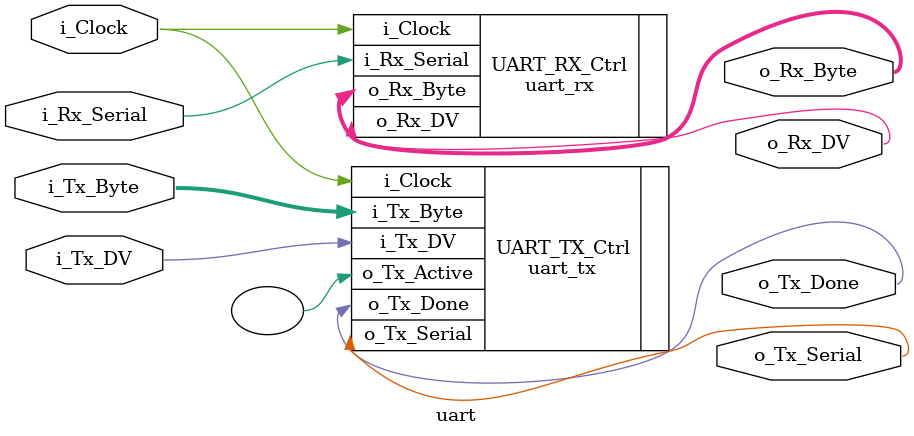
<source format=v>
`timescale 1ns / 1ps


module uart(
    input i_Clock,
    input i_Tx_DV,
    input [7:0] i_Tx_Byte,
    output o_Tx_Done,
    output o_Tx_Serial,
    input i_Rx_Serial,
    output o_Rx_DV,
    output [7:0] o_Rx_Byte
    );
    
    uart_tx #(.CLKS_PER_BIT(109)) UART_TX_Ctrl
    (
        .i_Clock(i_Clock),
        .i_Tx_DV(i_Tx_DV),
        .i_Tx_Byte(i_Tx_Byte),
        .o_Tx_Serial(o_Tx_Serial),
        .o_Tx_Active(),
        .o_Tx_Done(o_Tx_Done)
    );
    
    uart_rx #(.CLKS_PER_BIT(109)) UART_RX_Ctrl
    (
        .i_Clock(i_Clock),
        .i_Rx_Serial(i_Rx_Serial),
        .o_Rx_DV(o_Rx_DV),
        .o_Rx_Byte(o_Rx_Byte)   
    );
    
    
endmodule

</source>
